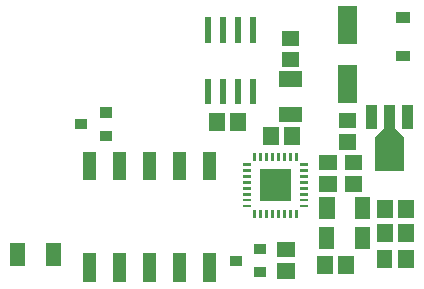
<source format=gbr>
G04 start of page 11 for group -4015 idx -4015 *
G04 Title: (unknown), toppaste *
G04 Creator: pcb 20110918 *
G04 CreationDate: Sun 01 Jun 2014 04:29:41 PM GMT UTC *
G04 For: ndholmes *
G04 Format: Gerber/RS-274X *
G04 PCB-Dimensions: 210000 95000 *
G04 PCB-Coordinate-Origin: lower left *
%MOIN*%
%FSLAX25Y25*%
%LNTOPPASTE*%
%ADD79R,0.0200X0.0200*%
%ADD78R,0.0440X0.0440*%
%ADD77R,0.0340X0.0340*%
%ADD76R,0.0630X0.0630*%
%ADD75R,0.0360X0.0360*%
%ADD74R,0.0945X0.0945*%
%ADD73R,0.0378X0.0378*%
%ADD72C,0.0001*%
%ADD71R,0.0091X0.0091*%
%ADD70R,0.0512X0.0512*%
G54D70*X39095Y11681D02*Y9319D01*
X50905Y11681D02*Y9319D01*
X161457Y25893D02*Y25107D01*
X168543Y25893D02*Y25107D01*
G54D71*X133720Y26610D02*X135374D01*
X133720Y28579D02*X135374D01*
X133720Y30547D02*X135374D01*
X133720Y32516D02*X135374D01*
X133720Y34484D02*X135374D01*
X133720Y36453D02*X135374D01*
X133720Y38421D02*X135374D01*
X133720Y40390D02*X135374D01*
X131890Y43874D02*Y42220D01*
X129921Y43874D02*Y42220D01*
X127953Y43874D02*Y42220D01*
X125984Y43874D02*Y42220D01*
X124016Y43874D02*Y42220D01*
X122047Y43874D02*Y42220D01*
X120079Y43874D02*Y42220D01*
X118110Y43874D02*Y42220D01*
X114626Y40390D02*X116280D01*
X114626Y38421D02*X116280D01*
X114626Y36453D02*X116280D01*
X114626Y34484D02*X116280D01*
X114626Y32516D02*X116280D01*
X114626Y30547D02*X116280D01*
X114626Y28579D02*X116280D01*
X114626Y26610D02*X116280D01*
X118110Y24780D02*Y23126D01*
X120079Y24780D02*Y23126D01*
X122047Y24780D02*Y23126D01*
X124016Y24780D02*Y23126D01*
X125984Y24780D02*Y23126D01*
X127953Y24780D02*Y23126D01*
X129921Y24780D02*Y23126D01*
X131890Y24780D02*Y23126D01*
G54D72*G36*
X119685Y38815D02*Y28185D01*
X130315D01*
Y38815D01*
X119685D01*
G37*
G54D73*X168906Y58405D02*Y54311D01*
X163000Y58405D02*Y46595D01*
G54D74*Y44861D02*Y42971D01*
G54D72*G36*
X164885Y52426D02*X167725Y49586D01*
X166305Y48166D01*
X163465Y51006D01*
X164885Y52426D01*
G37*
G36*
X158275Y49586D02*X161115Y52426D01*
X162535Y51006D01*
X159695Y48166D01*
X158275Y49586D01*
G37*
G54D73*X157094Y58405D02*Y54311D01*
G54D70*X129607Y75414D02*X130393D01*
X129607Y82500D02*X130393D01*
G54D75*X166900Y76600D02*X168100D01*
X166900Y89500D02*X168100D01*
G54D76*X149000Y89992D02*Y83693D01*
Y70307D02*Y64008D01*
G54D70*X148607Y55043D02*X149393D01*
X148607Y47957D02*X149393D01*
G54D77*X68200Y50000D02*X68800D01*
X68200Y57800D02*X68800D01*
X60000Y53900D02*X60600D01*
G54D70*X150607Y33957D02*X151393D01*
X150607Y41043D02*X151393D01*
X161414Y9393D02*Y8607D01*
X168500Y9393D02*Y8607D01*
X128819Y68905D02*X131181D01*
X128819Y57095D02*X131181D01*
X142107Y33957D02*X142893D01*
X142107Y41043D02*X142893D01*
G54D77*X119700Y4500D02*X120300D01*
X119700Y12300D02*X120300D01*
X111500Y8400D02*X112100D01*
G54D70*X154000Y27181D02*Y24819D01*
X142190Y27181D02*Y24819D01*
X153905Y17181D02*Y14819D01*
X142095Y17181D02*Y14819D01*
X161457Y17893D02*Y17107D01*
X168543Y17893D02*Y17107D01*
X128107Y12043D02*X128893D01*
X128107Y4957D02*X128893D01*
X130543Y50393D02*Y49607D01*
X123457Y50393D02*Y49607D01*
X105457Y54893D02*Y54107D01*
X112543Y54893D02*Y54107D01*
G54D78*X63000Y8650D02*Y3450D01*
Y42550D02*Y37350D01*
X73000Y8650D02*Y3450D01*
Y42550D02*Y37350D01*
X83000Y8650D02*Y3450D01*
Y42550D02*Y37350D01*
X93000Y8650D02*Y3450D01*
Y42550D02*Y37350D01*
X103000Y8650D02*Y3450D01*
Y42550D02*Y37350D01*
G54D79*X102500Y68000D02*Y61500D01*
X107500Y68000D02*Y61500D01*
X112500Y68000D02*Y61500D01*
X117500Y68000D02*Y61500D01*
Y88500D02*Y82000D01*
X112500Y88500D02*Y82000D01*
X107500Y88500D02*Y82000D01*
X102500Y88500D02*Y82000D01*
G54D70*X148543Y7393D02*Y6607D01*
X141457Y7393D02*Y6607D01*
M02*

</source>
